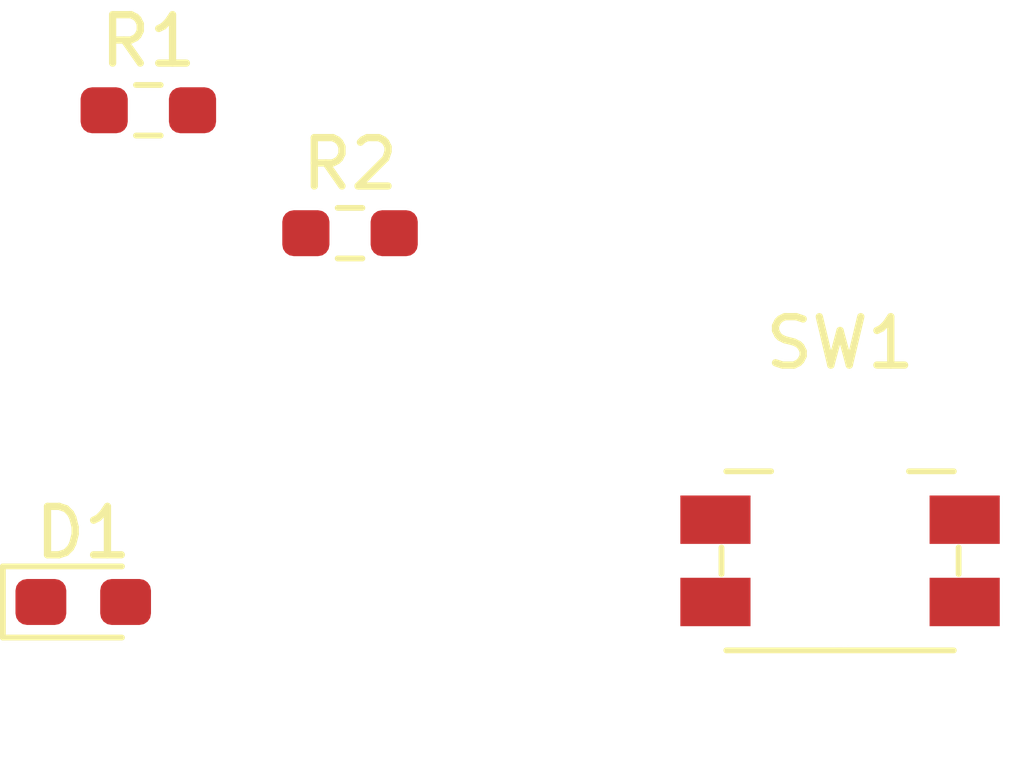
<source format=kicad_pcb>
(kicad_pcb (version 20221018) (generator pcbnew)
  (layers (0 "F.Cu" signal) (31 "B.Cu" signal) (34 "B.Paste" user) (35 "F.Paste" user) (36 "B.SilkS" user "B.Silkscreen") (37 "F.SilkS" user "F.Silkscreen") (38 "B.Mask" user) (39 "F.Mask" user) (44 "Edge.Cuts" user))
  (net 0 "")
  (net 1 "Net-(U1-GPIO9_A10_D10_COPI)")
  (net 2 "Net-(D1-A)")
  (net 3 "GND")
  (net 4 "Net-(SW1-A)")
  (net 5 "Net-(SW1-B)")
  (footprint "Resistor_SMD:R_0603_1608Metric_Pad0.98x0.95mm_HandSolder" (layer "F.Cu") (at 27.94 20.32)
    (fp_text reference "R2" (at 0 -1.43) (layer "F.SilkS"))
    (fp_text value "R")
    (fp_line (start -0.254724 -0.5225) (end 0.254724 -0.5225) (stroke (width 0.12)) (layer "F.SilkS"))
    (fp_line (start -0.254724 0.5225) (end 0.254724 0.5225) (stroke (width 0.12)) (layer "F.SilkS"))
    (pad "1" smd roundrect (at -0.9125 0) (size 0.975 0.95) (layers "F.Cu" "F.Paste" "F.Mask") (net 4 "Net-(SW1-A)"))
    (pad "2" smd roundrect (at 0.9125 0) (size 0.975 0.95) (layers "F.Cu" "F.Paste" "F.Mask") (net 3 "GND"))
  )
  (footprint "Button_Switch_SMD:Panasonic_EVQPUM_EVQPUD" (layer "F.Cu") (at 38.065 27.09)
    (fp_text reference "SW1" (at 0 -4.5) (layer "F.SilkS"))
    (fp_text value "SW_SPST")
    (fp_line (start -2.45 0.275) (end -2.45 -0.275) (stroke (width 0.12)) (layer "F.SilkS"))
    (fp_line (start -1.425 -1.85) (end -2.35 -1.85) (stroke (width 0.12)) (layer "F.SilkS"))
    (fp_line (start 2.35 -1.85) (end 1.425 -1.85) (stroke (width 0.12)) (layer "F.SilkS"))
    (fp_line (start 2.35 1.85) (end -2.35 1.85) (stroke (width 0.12)) (layer "F.SilkS"))
    (fp_line (start 2.45 0.275) (end 2.45 -0.275) (stroke (width 0.12)) (layer "F.SilkS"))
    (pad "" np_thru_hole circle (at 0 -1.375 180) (size 0.75 0.75) (drill 0.75) (layers "*.Cu" "*.Mask"))
    (pad "" np_thru_hole circle (at 0 1.375 180) (size 0.75 0.75) (drill 0.75) (layers "*.Cu" "*.Mask"))
    (pad "1" smd rect (at -2.575 -0.85 180) (size 1.45 1) (layers "F.Cu" "F.Paste" "F.Mask") (net 4 "Net-(SW1-A)"))
    (pad "1" smd rect (at 2.575 -0.85 180) (size 1.45 1) (layers "F.Cu" "F.Paste" "F.Mask") (net 4 "Net-(SW1-A)"))
    (pad "2" smd rect (at -2.575 0.85 180) (size 1.45 1) (layers "F.Cu" "F.Paste" "F.Mask") (net 5 "Net-(SW1-B)"))
    (pad "2" smd rect (at 2.575 0.85 180) (size 1.45 1) (layers "F.Cu" "F.Paste" "F.Mask") (net 5 "Net-(SW1-B)"))
  )
  (footprint "LED_SMD:LED_0603_1608Metric_Pad1.05x0.95mm_HandSolder" (layer "F.Cu") (at 22.4275 27.94)
    (fp_text reference "D1" (at 0 -1.43) (layer "F.SilkS"))
    (fp_text value "LED")
    (fp_line (start -1.66 -0.735) (end -1.66 0.735) (stroke (width 0.12)) (layer "F.SilkS"))
    (fp_line (start -1.66 0.735) (end 0.8 0.735) (stroke (width 0.12)) (layer "F.SilkS"))
    (fp_line (start 0.8 -0.735) (end -1.66 -0.735) (stroke (width 0.12)) (layer "F.SilkS"))
    (pad "1" smd roundrect (at -0.875 0) (size 1.05 0.95) (layers "F.Cu" "F.Paste" "F.Mask") (net 3 "GND"))
    (pad "2" smd roundrect (at 0.875 0) (size 1.05 0.95) (layers "F.Cu" "F.Paste" "F.Mask") (net 2 "Net-(D1-A)"))
  )
  (footprint "Resistor_SMD:R_0603_1608Metric_Pad0.98x0.95mm_HandSolder" (layer "F.Cu") (at 23.7725 17.78)
    (fp_text reference "R1" (at 0 -1.43) (layer "F.SilkS"))
    (fp_text value "R")
    (fp_line (start -0.254724 -0.5225) (end 0.254724 -0.5225) (stroke (width 0.12)) (layer "F.SilkS"))
    (fp_line (start -0.254724 0.5225) (end 0.254724 0.5225) (stroke (width 0.12)) (layer "F.SilkS"))
    (pad "1" smd roundrect (at -0.9125 0) (size 0.975 0.95) (layers "F.Cu" "F.Paste" "F.Mask") (net 2 "Net-(D1-A)"))
    (pad "2" smd roundrect (at 0.9125 0) (size 0.975 0.95) (layers "F.Cu" "F.Paste" "F.Mask") (net 1 "Net-(U1-GPIO9_A10_D10_COPI)"))
  )
)
</source>
